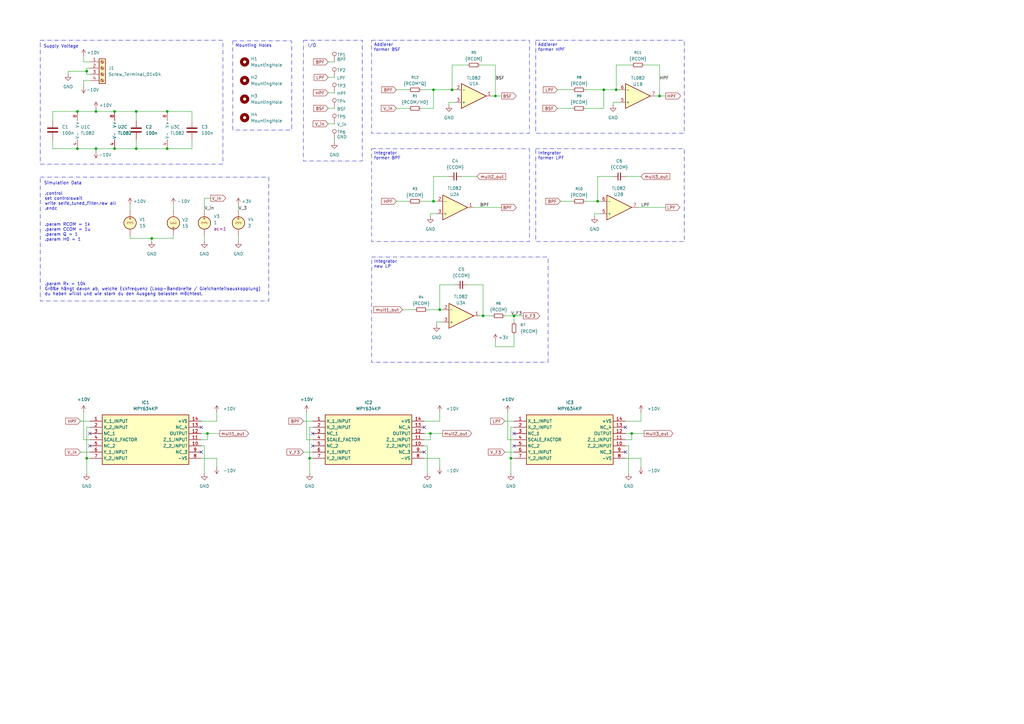
<source format=kicad_sch>
(kicad_sch (version 20250114) (generator "eeschema") (generator_version "9.0")
  (paper "A3")
  (lib_symbols
    (symbol "000_My_Symbols:Testpoint" (pin_numbers (hide yes)) (pin_names (hide yes))
      (property "Reference" "TP" (at 0.254 5.334 0))
      (property "Value" "${SHORT_NET_NAME(1)}" (at 6.35 7.874 0))
      (symbol "Testpoint_0_1"
        (circle (center 0 3.302) (radius 0.762))
      )
      (symbol "Testpoint_1_1"
        (pin passive line (at 0 0 90) (length 2.54) (name "1") (number "1"))
      )
    )
    (symbol "Amplifier_Operational:TL082" (pin_names (offset 0.127))
      (property "Reference" "U" (at 0 5.08 0))
      (property "Value" "TL082" (at 0 -5.08 0))
      (symbol "TL082_1_1"
        (polyline (pts (xy -5.08 5.08) (xy 5.08 0) (xy -5.08 -5.08) (xy -5.08 5.08)) (stroke (width 0.254)) (fill (type background)))
        (pin input line (at -7.62 2.54 0) (length 2.54) (name "+") (number "3"))
        (pin input line (at -7.62 -2.54 0) (length 2.54) (name "-") (number "2"))
        (pin output line (at 7.62 0 180) (length 2.54) (name "~") (number "1"))
      )
      (symbol "TL082_2_1"
        (polyline (pts (xy -5.08 5.08) (xy 5.08 0) (xy -5.08 -5.08) (xy -5.08 5.08)) (stroke (width 0.254)) (fill (type background)))
        (pin input line (at -7.62 2.54 0) (length 2.54) (name "+") (number "5"))
        (pin input line (at -7.62 -2.54 0) (length 2.54) (name "-") (number "6"))
        (pin output line (at 7.62 0 180) (length 2.54) (name "~") (number "7"))
      )
      (symbol "TL082_3_1"
        (pin power_in line (at -2.54 7.62 270) (length 3.81) (name "V+") (number "8"))
        (pin power_in line (at -2.54 -7.62 90) (length 3.81) (name "V-") (number "4"))
      )
    )
    (symbol "BA_Footprints:MPY634KP"
      (property "Reference" "IC" (at 41.91 7.62 0))
      (property "Value" "MPY634KP" (at 41.91 5.08 0))
      (symbol "MPY634KP_1_1"
        (rectangle (start 5.08 2.54) (end 40.64 -17.78) (stroke (width 0.254)) (fill (type background)))
        (pin passive line (at 0 0 0) (length 5.08) (name "X_1_INPUT") (number "1"))
        (pin passive line (at 0 -2.54 0) (length 5.08) (name "X_2_INPUT") (number "2"))
        (pin passive line (at 0 -5.08 0) (length 5.08) (name "NC_1") (number "3"))
        (pin passive line (at 0 -7.62 0) (length 5.08) (name "SCALE_FACTOR") (number "4"))
        (pin passive line (at 0 -10.16 0) (length 5.08) (name "NC_2") (number "5"))
        (pin passive line (at 0 -12.7 0) (length 5.08) (name "Y_1_INPUT") (number "6"))
        (pin passive line (at 0 -15.24 0) (length 5.08) (name "Y_2_INPUT") (number "7"))
        (pin passive line (at 45.72 0 180) (length 5.08) (name "+VS") (number "14"))
        (pin passive line (at 45.72 -2.54 180) (length 5.08) (name "NC_4") (number "13"))
        (pin passive line (at 45.72 -5.08 180) (length 5.08) (name "OUTPUT") (number "12"))
        (pin passive line (at 45.72 -7.62 180) (length 5.08) (name "Z_1_INPUT") (number "11"))
        (pin passive line (at 45.72 -10.16 180) (length 5.08) (name "Z_2_INPUT") (number "10"))
        (pin passive line (at 45.72 -12.7 180) (length 5.08) (name "NC_3") (number "9"))
        (pin passive line (at 45.72 -15.24 180) (length 5.08) (name "-VS") (number "8"))
      )
    )
    (symbol "Connector:Screw_Terminal_01x04" (pin_names (offset 1.016) (hide yes))
      (property "Reference" "J" (at 0 5.08 0))
      (property "Value" "Screw_Terminal_01x04" (at 0 -7.62 0))
      (symbol "Screw_Terminal_01x04_1_1"
        (rectangle (start -1.27 3.81) (end 1.27 -6.35) (stroke (width 0.254)) (fill (type background)))
        (polyline (pts (xy -0.5334 2.8702) (xy 0.3302 2.032)) (stroke (width 0.1524)))
        (polyline (pts (xy -0.5334 0.3302) (xy 0.3302 -0.508)) (stroke (width 0.1524)))
        (polyline (pts (xy -0.5334 -2.2098) (xy 0.3302 -3.048)) (stroke (width 0.1524)))
        (polyline (pts (xy -0.5334 -4.7498) (xy 0.3302 -5.588)) (stroke (width 0.1524)))
        (polyline (pts (xy -0.3556 3.048) (xy 0.508 2.2098)) (stroke (width 0.1524)))
        (polyline (pts (xy -0.3556 0.508) (xy 0.508 -0.3302)) (stroke (width 0.1524)))
        (polyline (pts (xy -0.3556 -2.032) (xy 0.508 -2.8702)) (stroke (width 0.1524)))
        (polyline (pts (xy -0.3556 -4.572) (xy 0.508 -5.4102)) (stroke (width 0.1524)))
        (circle (center 0 2.54) (radius 0.635) (stroke (width 0.1524)))
        (circle (center 0 0) (radius 0.635) (stroke (width 0.1524)))
        (circle (center 0 -2.54) (radius 0.635) (stroke (width 0.1524)))
        (circle (center 0 -5.08) (radius 0.635) (stroke (width 0.1524)))
        (pin passive line (at -5.08 2.54 0) (length 3.81) (name "Pin_1") (number "1"))
        (pin passive line (at -5.08 0 0) (length 3.81) (name "Pin_2") (number "2"))
        (pin passive line (at -5.08 -2.54 0) (length 3.81) (name "Pin_3") (number "3"))
        (pin passive line (at -5.08 -5.08 0) (length 3.81) (name "Pin_4") (number "4"))
      )
    )
    (symbol "Device:C" (pin_numbers (hide yes)) (pin_names (offset 0.254))
      (property "Reference" "C" (at 0.635 2.54 0))
      (property "Value" "C" (at 0.635 -2.54 0))
      (symbol "C_0_1"
        (polyline (pts (xy -2.032 0.762) (xy 2.032 0.762)) (stroke (width 0.508)))
        (polyline (pts (xy -2.032 -0.762) (xy 2.032 -0.762)) (stroke (width 0.508)))
      )
      (symbol "C_1_1"
        (pin passive line (at 0 3.81 270) (length 2.794) (name "~") (number "1"))
        (pin passive line (at 0 -3.81 90) (length 2.794) (name "~") (number "2"))
      )
    )
    (symbol "Device:C_Small" (pin_numbers (hide yes)) (pin_names (offset 0.254) (hide yes))
      (property "Reference" "C" (at 0.254 1.778 0))
      (property "Value" "C_Small" (at 0.254 -2.032 0))
      (symbol "C_Small_0_1"
        (polyline (pts (xy -1.524 0.508) (xy 1.524 0.508)) (stroke (width 0.3048)))
        (polyline (pts (xy -1.524 -0.508) (xy 1.524 -0.508)) (stroke (width 0.3302)))
      )
      (symbol "C_Small_1_1"
        (pin passive line (at 0 2.54 270) (length 2.032) (name "~") (number "1"))
        (pin passive line (at 0 -2.54 90) (length 2.032) (name "~") (number "2"))
      )
    )
    (symbol "Device:R_Small" (pin_numbers (hide yes)) (pin_names (offset 0.254) (hide yes))
      (property "Reference" "R" (at 0 0 90))
      (property "Value" "R_Small" (at 1.778 0 90))
      (symbol "R_Small_0_1"
        (rectangle (start -0.762 1.778) (end 0.762 -1.778) (stroke (width 0.2032)))
      )
      (symbol "R_Small_1_1"
        (pin passive line (at 0 2.54 270) (length 0.762) (name "~") (number "1"))
        (pin passive line (at 0 -2.54 90) (length 0.762) (name "~") (number "2"))
      )
    )
    (symbol "Mechanical:MountingHole" (pin_names (offset 1.016)) (in_bom no)
      (property "Reference" "H" (at 0 5.08 0))
      (property "Value" "MountingHole" (at 0 3.175 0))
      (symbol "MountingHole_0_1"
        (circle (center 0 0) (radius 1.27) (stroke (width 1.27)))
      )
    )
    (symbol "Simulation_SPICE:VDC" (pin_numbers (hide yes)) (pin_names (offset 0.0254))
      (property "Reference" "V" (at 2.54 2.54 0))
      (property "Value" "1" (at 2.54 0 0))
      (symbol "VDC_0_0"
        (polyline (pts (xy -1.27 0.254) (xy 1.27 0.254)))
        (polyline (pts (xy -0.762 -0.254) (xy -1.27 -0.254)))
        (polyline (pts (xy 0.254 -0.254) (xy -0.254 -0.254)))
        (polyline (pts (xy 1.27 -0.254) (xy 0.762 -0.254)))
        (text "+" (at 0 1.905 0) (effects (font (size 1.27 1.27))))
      )
      (symbol "VDC_0_1"
        (circle (center 0 0) (radius 2.54) (stroke (width 0.254)) (fill (type background)))
      )
      (symbol "VDC_1_1"
        (pin passive line (at 0 5.08 270) (length 2.54) (name "~") (number "1"))
        (pin passive line (at 0 -5.08 90) (length 2.54) (name "~") (number "2"))
      )
    )
    (symbol "power:+15V" (power) (pin_numbers (hide yes)) (pin_names (offset 0) (hide yes))
      (property "Value" "+15V" (at 0 3.556 0))
      (symbol "+15V_0_1"
        (polyline (pts (xy -0.762 1.27) (xy 0 2.54)))
        (polyline (pts (xy 0 2.54) (xy 0.762 1.27)))
        (polyline (pts (xy 0 0) (xy 0 2.54)))
      )
      (symbol "+15V_1_1"
        (pin power_in line (at 0 0 90) (length 0) (name "~") (number "1"))
      )
    )
    (symbol "power:GND" (power) (pin_numbers (hide yes)) (pin_names (offset 0) (hide yes))
      (property "Value" "GND" (at 0 -3.81 0))
      (symbol "GND_0_1"
        (polyline (pts (xy 0 0) (xy 0 -1.27) (xy 1.27 -1.27) (xy 0 -2.54) (xy -1.27 -1.27) (xy 0 -1.27)))
      )
      (symbol "GND_1_1"
        (pin power_in line (at 0 0 270) (length 0) (name "~") (number "1"))
      )
    )
  )
  (rectangle (start 95.504 16.764) (end 119.634 53.34) (stroke (width 0) (type dash_dot)))
  (rectangle (start 16.51 72.644) (end 110.236 123.444) (stroke (width 0) (type dash_dot)))
  (rectangle (start 16.51 16.51) (end 91.44 67.31) (stroke (width 0) (type dash_dot)))
  (rectangle (start 124.46 16.51) (end 148.59 66.04) (stroke (width 0) (type dash_dot)))
  (text ".control\nset controlswait\nwrite selfe_tuned_filter.raw all\n.endc" (at 18.288 82.55 0) (effects (font (size 1.27 1.27)) (justify left)))
  (text "Simulation Data" (exclude_from_sim yes) (at 18.034 75.184 0) (effects (font (size 1.27 1.27)) (justify left)))
  (text "Mounting Holes" (exclude_from_sim yes) (at 96.52 18.796 0) (effects (font (size 1.27 1.27)) (justify left)))
  (text ".param RCOM = 1k\n.param CCOM = 1u\n.param Q = 1\n.param H0 = 1\n\n\n\n" (at 18.288 91.44 0) (effects (font (size 1.27 1.27)) (justify left top)))
  (text ".param Rx = 10k\nGröße hängt davon ab, welche Eckfrequenz (Loop-Bandbreite / Gleichanteils­auskopplung) \ndu haben willst und wie stark du den Ausgang belasten möchtest." (exclude_from_sim yes) (at 18.288 118.618 0) (effects (font (size 1.27 1.27)) (justify left)))
  (text "Supply Voltage" (exclude_from_sim yes) (at 17.78 19.05 0) (effects (font (size 1.27 1.27)) (justify left)))
  (text "I/O" (exclude_from_sim yes) (at 126.238 18.796 0) (effects (font (size 1.27 1.27)) (justify left)))
  (text_box "Integrator\nnew LP" (exclude_from_sim yes) (at 152.4 105.41 0) (size 72.39 43.18) (margins 0.9525 0.9525 0.9525 0.9525) (stroke (width 0) (type dash_dot)) (effects (font (size 1.27 1.27)) (justify left top)))
  (text_box "Addierer\nformer BSF" (exclude_from_sim yes) (at 152.4 16.51 0) (size 64.77 38.1) (margins 0.9525 0.9525 0.9525 0.9525) (stroke (width 0) (type dash_dot)) (effects (font (size 1.27 1.27)) (justify left top)))
  (text_box "Integrator\nformer LPF" (exclude_from_sim yes) (at 219.71 60.96 0) (size 60.96 38.1) (margins 0.9525 0.9525 0.9525 0.9525) (stroke (width 0) (type dash_dot)) (effects (font (size 1.27 1.27)) (justify left top)))
  (text_box "Integrator\nformer BPF" (exclude_from_sim yes) (at 152.4 60.96 0) (size 64.77 38.1) (margins 0.9525 0.9525 0.9525 0.9525) (stroke (width 0) (type dash_dot)) (effects (font (size 1.27 1.27)) (justify left top)))
  (text_box "Addierer\nformer HPF\n" (exclude_from_sim yes) (at 219.71 16.51 0) (size 60.96 38.1) (margins 0.9525 0.9525 0.9525 0.9525) (stroke (width 0) (type dash_dot)) (effects (font (size 1.27 1.27)) (justify left top)))
  (junction (at 39.37 45.72))
  (junction (at 252.73 36.83))
  (junction (at 39.37 60.96))
  (junction (at 46.99 60.96))
  (junction (at 177.8 82.55))
  (junction (at 46.99 45.72))
  (junction (at 55.88 45.72))
  (junction (at 247.65 36.83))
  (junction (at 177.8 36.83))
  (junction (at 209.55 187.96))
  (junction (at 176.53 177.8))
  (junction (at 68.58 60.96))
  (junction (at 180.34 127))
  (junction (at 185.42 36.83))
  (junction (at 62.23 97.79))
  (junction (at 259.08 177.8))
  (junction (at 210.82 129.54))
  (junction (at 31.75 60.96))
  (junction (at 127 187.96))
  (junction (at 35.56 187.96))
  (junction (at 203.2 39.37))
  (junction (at 31.75 45.72))
  (junction (at 270.51 39.37))
  (junction (at 55.88 60.96))
  (junction (at 198.12 129.54))
  (junction (at 245.11 82.55))
  (junction (at 68.58 45.72))
  (junction (at 85.09 177.8))
  (junction (at 35.56 29.21))
  (no_connect (at 82.55 185.42))
  (no_connect (at 36.83 182.88))
  (no_connect (at 82.55 175.26))
  (no_connect (at 256.54 175.26))
  (no_connect (at 210.82 182.88))
  (no_connect (at 173.99 185.42))
  (no_connect (at 36.83 177.8))
  (no_connect (at 128.27 182.88))
  (no_connect (at 210.82 177.8))
  (no_connect (at 128.27 177.8))
  (no_connect (at 173.99 175.26))
  (no_connect (at 256.54 185.42))
  (wire (pts (xy 71.12 97.79) (xy 62.23 97.79)))
  (wire (pts (xy 209.55 175.26) (xy 209.55 187.96)))
  (wire (pts (xy 208.28 168.91) (xy 208.28 180.34)))
  (wire (pts (xy 134.62 25.4) (xy 137.16 25.4)))
  (wire (pts (xy 180.34 191.77) (xy 180.34 187.96)))
  (wire (pts (xy 179.07 133.35) (xy 179.07 132.08)))
  (wire (pts (xy 180.34 116.84) (xy 180.34 127)))
  (wire (pts (xy 247.65 44.45) (xy 247.65 36.83)))
  (wire (pts (xy 176.53 180.34) (xy 176.53 177.8)))
  (wire (pts (xy 128.27 175.26) (xy 127 175.26)))
  (wire (pts (xy 243.84 88.9) (xy 243.84 87.63)))
  (wire (pts (xy 53.34 83.82) (xy 53.34 86.36)))
  (wire (pts (xy 209.55 187.96) (xy 209.55 194.31)))
  (wire (pts (xy 35.56 29.21) (xy 27.94 29.21)))
  (wire (pts (xy 55.88 57.15) (xy 55.88 60.96)))
  (wire (pts (xy 189.23 72.39) (xy 195.58 72.39)))
  (wire (pts (xy 247.65 44.45) (xy 240.03 44.45)))
  (wire (pts (xy 198.12 116.84) (xy 198.12 129.54)))
  (wire (pts (xy 172.72 36.83) (xy 177.8 36.83)))
  (wire (pts (xy 270.51 39.37) (xy 273.05 39.37)))
  (wire (pts (xy 55.88 45.72) (xy 68.58 45.72)))
  (wire (pts (xy 88.9 168.91) (xy 88.9 172.72)))
  (wire (pts (xy 39.37 60.96) (xy 46.99 60.96)))
  (wire (pts (xy 21.59 45.72) (xy 21.59 49.53)))
  (wire (pts (xy 97.79 86.36) (xy 97.79 83.82)))
  (wire (pts (xy 177.8 44.45) (xy 177.8 36.83)))
  (wire (pts (xy 134.62 50.8) (xy 137.16 50.8)))
  (wire (pts (xy 270.51 26.67) (xy 270.51 39.37)))
  (wire (pts (xy 39.37 62.23) (xy 39.37 60.96)))
  (wire (pts (xy 21.59 57.15) (xy 21.59 60.96)))
  (wire (pts (xy 203.2 39.37) (xy 201.93 39.37)))
  (wire (pts (xy 62.23 99.06) (xy 62.23 97.79)))
  (wire (pts (xy 176.53 177.8) (xy 181.61 177.8)))
  (wire (pts (xy 62.23 97.79) (xy 53.34 97.79)))
  (wire (pts (xy 262.89 191.77) (xy 262.89 187.96)))
  (wire (pts (xy 85.09 180.34) (xy 85.09 177.8)))
  (wire (pts (xy 203.2 39.37) (xy 203.2 26.67)))
  (wire (pts (xy 39.37 44.45) (xy 39.37 45.72)))
  (wire (pts (xy 137.16 57.15) (xy 137.16 58.42)))
  (wire (pts (xy 172.72 82.55) (xy 177.8 82.55)))
  (wire (pts (xy 124.46 185.42) (xy 128.27 185.42)))
  (wire (pts (xy 264.16 26.67) (xy 270.51 26.67)))
  (wire (pts (xy 124.46 172.72) (xy 128.27 172.72)))
  (wire (pts (xy 85.09 177.8) (xy 90.17 177.8)))
  (wire (pts (xy 180.34 187.96) (xy 173.99 187.96)))
  (wire (pts (xy 194.31 85.09) (xy 205.74 85.09)))
  (wire (pts (xy 97.79 96.52) (xy 97.79 99.06)))
  (wire (pts (xy 82.55 180.34) (xy 85.09 180.34)))
  (wire (pts (xy 82.55 177.8) (xy 85.09 177.8)))
  (wire (pts (xy 127 187.96) (xy 128.27 187.96)))
  (wire (pts (xy 262.89 187.96) (xy 256.54 187.96)))
  (wire (pts (xy 55.88 60.96) (xy 68.58 60.96)))
  (wire (pts (xy 33.02 172.72) (xy 36.83 172.72)))
  (wire (pts (xy 35.56 30.48) (xy 35.56 29.21)))
  (wire (pts (xy 177.8 72.39) (xy 177.8 82.55)))
  (wire (pts (xy 245.11 82.55) (xy 246.38 82.55)))
  (wire (pts (xy 208.28 180.34) (xy 210.82 180.34)))
  (wire (pts (xy 34.29 180.34) (xy 36.83 180.34)))
  (wire (pts (xy 247.65 36.83) (xy 252.73 36.83)))
  (wire (pts (xy 228.6 36.83) (xy 234.95 36.83)))
  (wire (pts (xy 180.34 116.84) (xy 186.69 116.84)))
  (wire (pts (xy 176.53 88.9) (xy 176.53 87.63)))
  (wire (pts (xy 34.29 168.91) (xy 34.29 180.34)))
  (wire (pts (xy 191.77 116.84) (xy 198.12 116.84)))
  (wire (pts (xy 83.82 86.36) (xy 83.82 81.28)))
  (wire (pts (xy 203.2 142.24) (xy 210.82 142.24)))
  (wire (pts (xy 203.2 39.37) (xy 205.74 39.37)))
  (wire (pts (xy 262.89 172.72) (xy 256.54 172.72)))
  (wire (pts (xy 68.58 45.72) (xy 78.74 45.72)))
  (wire (pts (xy 175.26 127) (xy 180.34 127)))
  (wire (pts (xy 256.54 177.8) (xy 259.08 177.8)))
  (wire (pts (xy 270.51 39.37) (xy 269.24 39.37)))
  (wire (pts (xy 127 175.26) (xy 127 187.96)))
  (wire (pts (xy 27.94 29.21) (xy 27.94 30.48)))
  (wire (pts (xy 35.56 187.96) (xy 36.83 187.96)))
  (wire (pts (xy 209.55 187.96) (xy 210.82 187.96)))
  (wire (pts (xy 259.08 177.8) (xy 264.16 177.8)))
  (wire (pts (xy 210.82 129.54) (xy 214.63 129.54)))
  (wire (pts (xy 185.42 36.83) (xy 186.69 36.83)))
  (wire (pts (xy 185.42 26.67) (xy 191.77 26.67)))
  (wire (pts (xy 252.73 26.67) (xy 252.73 36.83)))
  (wire (pts (xy 184.15 41.91) (xy 184.15 43.18)))
  (wire (pts (xy 31.75 60.96) (xy 39.37 60.96)))
  (wire (pts (xy 252.73 36.83) (xy 254 36.83)))
  (wire (pts (xy 196.85 26.67) (xy 203.2 26.67)))
  (wire (pts (xy 21.59 60.96) (xy 31.75 60.96)))
  (wire (pts (xy 71.12 96.52) (xy 71.12 97.79)))
  (wire (pts (xy 34.29 25.4) (xy 36.83 25.4)))
  (wire (pts (xy 198.12 129.54) (xy 201.93 129.54)))
  (wire (pts (xy 173.99 180.34) (xy 176.53 180.34)))
  (wire (pts (xy 251.46 43.18) (xy 251.46 41.91)))
  (wire (pts (xy 83.82 96.52) (xy 83.82 99.06)))
  (wire (pts (xy 262.89 168.91) (xy 262.89 172.72)))
  (wire (pts (xy 82.55 182.88) (xy 83.82 182.88)))
  (wire (pts (xy 162.56 44.45) (xy 167.64 44.45)))
  (wire (pts (xy 210.82 137.16) (xy 210.82 142.24)))
  (wire (pts (xy 78.74 57.15) (xy 78.74 60.96)))
  (wire (pts (xy 256.54 182.88) (xy 257.81 182.88)))
  (wire (pts (xy 165.1 127) (xy 170.18 127)))
  (wire (pts (xy 228.6 44.45) (xy 234.95 44.45)))
  (wire (pts (xy 257.81 182.88) (xy 257.81 194.31)))
  (wire (pts (xy 259.08 26.67) (xy 252.73 26.67)))
  (wire (pts (xy 173.99 182.88) (xy 175.26 182.88)))
  (wire (pts (xy 172.72 44.45) (xy 177.8 44.45)))
  (wire (pts (xy 36.83 175.26) (xy 35.56 175.26)))
  (wire (pts (xy 210.82 129.54) (xy 210.82 132.08)))
  (wire (pts (xy 210.82 175.26) (xy 209.55 175.26)))
  (wire (pts (xy 180.34 172.72) (xy 173.99 172.72)))
  (wire (pts (xy 245.11 72.39) (xy 251.46 72.39)))
  (wire (pts (xy 240.03 82.55) (xy 245.11 82.55)))
  (wire (pts (xy 240.03 36.83) (xy 247.65 36.83)))
  (wire (pts (xy 162.56 36.83) (xy 167.64 36.83)))
  (wire (pts (xy 88.9 191.77) (xy 88.9 187.96)))
  (wire (pts (xy 203.2 139.7) (xy 203.2 142.24)))
  (wire (pts (xy 83.82 81.28) (xy 86.36 81.28)))
  (wire (pts (xy 83.82 182.88) (xy 83.82 194.31)))
  (wire (pts (xy 39.37 45.72) (xy 31.75 45.72)))
  (wire (pts (xy 36.83 27.94) (xy 35.56 27.94)))
  (wire (pts (xy 229.87 82.55) (xy 234.95 82.55)))
  (wire (pts (xy 179.07 132.08) (xy 181.61 132.08)))
  (wire (pts (xy 176.53 87.63) (xy 179.07 87.63)))
  (wire (pts (xy 68.58 60.96) (xy 78.74 60.96)))
  (wire (pts (xy 78.74 49.53) (xy 78.74 45.72)))
  (wire (pts (xy 162.56 82.55) (xy 167.64 82.55)))
  (wire (pts (xy 173.99 177.8) (xy 176.53 177.8)))
  (wire (pts (xy 207.01 129.54) (xy 210.82 129.54)))
  (wire (pts (xy 175.26 182.88) (xy 175.26 194.31)))
  (wire (pts (xy 177.8 36.83) (xy 185.42 36.83)))
  (wire (pts (xy 34.29 35.56) (xy 34.29 33.02)))
  (wire (pts (xy 186.69 41.91) (xy 184.15 41.91)))
  (wire (pts (xy 88.9 172.72) (xy 82.55 172.72)))
  (wire (pts (xy 256.54 180.34) (xy 259.08 180.34)))
  (wire (pts (xy 177.8 82.55) (xy 179.07 82.55)))
  (wire (pts (xy 259.08 180.34) (xy 259.08 177.8)))
  (wire (pts (xy 256.54 72.39) (xy 262.89 72.39)))
  (wire (pts (xy 21.59 45.72) (xy 31.75 45.72)))
  (wire (pts (xy 207.01 172.72) (xy 210.82 172.72)))
  (wire (pts (xy 53.34 97.79) (xy 53.34 96.52)))
  (wire (pts (xy 207.01 185.42) (xy 210.82 185.42)))
  (wire (pts (xy 134.62 44.45) (xy 137.16 44.45)))
  (wire (pts (xy 35.56 187.96) (xy 35.56 194.31)))
  (wire (pts (xy 71.12 83.82) (xy 71.12 86.36)))
  (wire (pts (xy 196.85 129.54) (xy 198.12 129.54)))
  (wire (pts (xy 180.34 127) (xy 181.61 127)))
  (wire (pts (xy 180.34 168.91) (xy 180.34 172.72)))
  (wire (pts (xy 35.56 27.94) (xy 35.56 29.21)))
  (wire (pts (xy 177.8 72.39) (xy 184.15 72.39)))
  (wire (pts (xy 185.42 26.67) (xy 185.42 36.83)))
  (wire (pts (xy 127 187.96) (xy 127 194.31)))
  (wire (pts (xy 134.62 38.1) (xy 137.16 38.1)))
  (wire (pts (xy 39.37 45.72) (xy 46.99 45.72)))
  (wire (pts (xy 35.56 30.48) (xy 36.83 30.48)))
  (wire (pts (xy 55.88 60.96) (xy 46.99 60.96)))
  (wire (pts (xy 125.73 180.34) (xy 128.27 180.34)))
  (wire (pts (xy 251.46 41.91) (xy 254 41.91)))
  (wire (pts (xy 34.29 22.86) (xy 34.29 25.4)))
  (wire (pts (xy 245.11 72.39) (xy 245.11 82.55)))
  (wire (pts (xy 55.88 45.72) (xy 55.88 49.53)))
  (wire (pts (xy 88.9 187.96) (xy 82.55 187.96)))
  (wire (pts (xy 243.84 87.63) (xy 246.38 87.63)))
  (wire (pts (xy 125.73 168.91) (xy 125.73 180.34)))
  (wire (pts (xy 33.02 185.42) (xy 36.83 185.42)))
  (wire (pts (xy 134.62 31.75) (xy 137.16 31.75)))
  (wire (pts (xy 261.62 85.09) (xy 273.05 85.09)))
  (wire (pts (xy 34.29 33.02) (xy 36.83 33.02)))
  (wire (pts (xy 35.56 175.26) (xy 35.56 187.96)))
  (wire (pts (xy 46.99 45.72) (xy 55.88 45.72)))
  (label "BPF" (at 196.85 85.09 0))
  (label "LPF" (at 262.89 85.09 0))
  (label "BSF" (at 203.2 33.02 0))
  (label "V_F3" (at 209.55 129.54 0))
  (label "V_in" (at 83.82 86.36 0))
  (label "HPF" (at 270.51 33.02 0))
  (label "V_3" (at 97.79 86.36 0))
  (global_label "BPF" (shape input) (at 162.56 36.83 180) (property "Intersheetrefs" "${INTERSHEET_REFS}" (effects (hide yes))))
  (global_label "HPF" (shape input) (at 134.62 38.1 180) (property "Intersheetrefs" "${INTERSHEET_REFS}" (effects (hide yes))))
  (global_label "V_in" (shape input) (at 134.62 50.8 180) (property "Intersheetrefs" "${INTERSHEET_REFS}" (effects (hide yes))))
  (global_label "mult2_out" (shape input) (at 195.58 72.39 0) (property "Intersheetrefs" "${INTERSHEET_REFS}" (effects (hide yes))))
  (global_label "BPF" (shape output) (at 205.74 85.09 0) (property "Intersheetrefs" "${INTERSHEET_REFS}" (effects (hide yes))))
  (global_label "mult1_out" (shape input) (at 165.1 127 180) (property "Intersheetrefs" "${INTERSHEET_REFS}" (effects (hide yes))))
  (global_label "V_in" (shape input) (at 33.02 185.42 180) (property "Intersheetrefs" "${INTERSHEET_REFS}" (effects (hide yes))))
  (global_label "HPF" (shape input) (at 162.56 82.55 180) (property "Intersheetrefs" "${INTERSHEET_REFS}" (effects (hide yes))))
  (global_label "mult1_out" (shape output) (at 90.17 177.8 0) (property "Intersheetrefs" "${INTERSHEET_REFS}" (effects (hide yes))))
  (global_label "HPF" (shape output) (at 273.05 39.37 0) (property "Intersheetrefs" "${INTERSHEET_REFS}" (effects (hide yes))))
  (global_label "V_in" (shape input) (at 162.56 44.45 180) (property "Intersheetrefs" "${INTERSHEET_REFS}" (effects (hide yes))))
  (global_label "V_F3" (shape input) (at 207.01 185.42 180) (property "Intersheetrefs" "${INTERSHEET_REFS}" (effects (hide yes))))
  (global_label "BPF" (shape input) (at 229.87 82.55 180) (property "Intersheetrefs" "${INTERSHEET_REFS}" (effects (hide yes))))
  (global_label "LPF" (shape input) (at 134.62 31.75 180) (property "Intersheetrefs" "${INTERSHEET_REFS}" (effects (hide yes))))
  (global_label "LPF" (shape input) (at 228.6 36.83 180) (property "Intersheetrefs" "${INTERSHEET_REFS}" (effects (hide yes))))
  (global_label "BSF" (shape input) (at 228.6 44.45 180) (property "Intersheetrefs" "${INTERSHEET_REFS}" (effects (hide yes))))
  (global_label "BSF" (shape output) (at 205.74 39.37 0) (property "Intersheetrefs" "${INTERSHEET_REFS}" (effects (hide yes))))
  (global_label "mult2_out" (shape output) (at 181.61 177.8 0) (property "Intersheetrefs" "${INTERSHEET_REFS}" (effects (hide yes))))
  (global_label "BSF" (shape input) (at 134.62 44.45 180) (property "Intersheetrefs" "${INTERSHEET_REFS}" (effects (hide yes))))
  (global_label "HPF" (shape input) (at 33.02 172.72 180) (property "Intersheetrefs" "${INTERSHEET_REFS}" (effects (hide yes))))
  (global_label "V_in" (shape output) (at 86.36 81.28 0) (property "Intersheetrefs" "${INTERSHEET_REFS}" (effects (hide yes))))
  (global_label "BPF" (shape input) (at 134.62 25.4 180) (property "Intersheetrefs" "${INTERSHEET_REFS}" (effects (hide yes))))
  (global_label "V_F3" (shape input) (at 124.46 185.42 180) (property "Intersheetrefs" "${INTERSHEET_REFS}" (effects (hide yes))))
  (global_label "mult3_out" (shape input) (at 262.89 72.39 0) (property "Intersheetrefs" "${INTERSHEET_REFS}" (effects (hide yes))))
  (global_label "BPF" (shape input) (at 124.46 172.72 180) (property "Intersheetrefs" "${INTERSHEET_REFS}" (effects (hide yes))))
  (global_label "mult3_out" (shape output) (at 264.16 177.8 0) (property "Intersheetrefs" "${INTERSHEET_REFS}" (effects (hide yes))))
  (global_label "LPF" (shape input) (at 207.01 172.72 180) (property "Intersheetrefs" "${INTERSHEET_REFS}" (effects (hide yes))))
  (global_label "LPF" (shape output) (at 273.05 85.09 0) (property "Intersheetrefs" "${INTERSHEET_REFS}" (effects (hide yes))))
  (global_label "V_F3" (shape output) (at 214.63 129.54 0) (property "Intersheetrefs" "${INTERSHEET_REFS}" (effects (hide yes))))
  (symbol (lib_id "power:GND") (at 62.23 99.06 0) (unit 1)
    (property "Reference" "#PWR09" (effects (hide yes)))
    (property "Value" "GND" (at 62.23 104.14 0))
    (property "Description" "Power symbol creates a global label with name \"GND\" , ground" (effects (hide yes)))
  )
  (symbol (lib_id "BA_Footprints:MPY634KP") (at 210.82 172.72 0) (unit 1)
    (property "Reference" "IC3" (at 233.68 165.1 0))
    (property "Value" "MPY634KP" (at 233.68 167.64 0))
    (property "Datasheet" "http://www.ti.com/lit/gpn/mpy634" (effects (hide yes)))
    (property "Description" "Wide Bandwidth Precision Analog Multiplier" (effects (hide yes)))
    (property "Height" "5.08" (effects (hide yes)))
    (property "Mouser Part Number" "595-MPY634KP" (effects (hide yes)))
    (property "Mouser Price/Stock" "https://www.mouser.co.uk/ProductDetail/Texas-Instruments/MPY634KP?qs=paYhMW8qfitgLgQ%252B%2FVQr7Q%3D%3D" (effects (hide yes)))
    (property "Manufacturer_Name" "Texas Instruments" (effects (hide yes)))
    (property "Manufacturer_Part_Number" "MPY634KP" (effects (hide yes)))
    (property "Sim.Library" "mpy634_tina.lib" (effects (hide yes)))
    (property "Sim.Name" "MPY634_behavioral" (effects (hide yes)))
    (property "Sim.Device" "SUBCKT" (effects (hide yes)))
    (property "Sim.Pins" "1=X1 2=X2 4=SF 6=Y1 7=Y2 8=-Vs 10=Z2 11=Z1 12=Out 14=+Vs" (effects (hide yes)))
  )
  (symbol (lib_id "Simulation_SPICE:VDC") (at 97.79 91.44 0) (unit 1)
    (property "Reference" "V4" (at 101.6 90.0401 0) (effects (justify left)))
    (property "Value" "3" (at 101.6 92.5801 0) (effects (justify left)))
    (property "Datasheet" "https://ngspice.sourceforge.io/docs/ngspice-html-manual/manual.xhtml#sec_Independent_Sources_for" (effects (hide yes)))
    (property "Description" "Voltage source, DC" (effects (hide yes)))
    (property "Sim.Pins" "1=+ 2=-" (effects (hide yes)))
    (property "Sim.Type" "DC" (effects (hide yes)))
    (property "Sim.Device" "V" (effects (hide yes)))
  )
  (symbol (lib_id "power:+15V") (at 208.28 168.91 0) (unit 1)
    (property "Reference" "#PWR025" (effects (hide yes)))
    (property "Value" "+10V" (at 208.28 163.83 0))
    (property "Description" "Power symbol creates a global label with name \"+15V\"" (effects (hide yes)))
  )
  (symbol (lib_id "power:GND") (at 184.15 43.18 0) (unit 1)
    (property "Reference" "#PWR024" (effects (hide yes)))
    (property "Value" "GND" (at 184.15 48.26 0))
    (property "Description" "Power symbol creates a global label with name \"GND\" , ground" (effects (hide yes)))
  )
  (symbol (lib_id "Device:R_Small") (at 237.49 36.83 90) (unit 1)
    (property "Reference" "R8" (at 237.49 31.75 90) (effects (font (size 1.016 1.016))))
    (property "Value" "{RCOM}" (at 237.49 34.29 90))
    (property "Footprint" "000_Footprints:Resistor" (effects (hide yes)))
    (property "Description" "Resistor, small symbol" (effects (hide yes)))
  )
  (symbol (lib_id "power:GND") (at 243.84 88.9 0) (unit 1)
    (property "Reference" "#PWR027" (effects (hide yes)))
    (property "Value" "GND" (at 243.84 93.98 0))
    (property "Description" "Power symbol creates a global label with name \"GND\" , ground" (effects (hide yes)))
  )
  (symbol (lib_id "power:GND") (at 27.94 30.48 0) (unit 1)
    (property "Reference" "#PWR01" (effects (hide yes)))
    (property "Value" "GND" (at 27.94 35.56 0))
    (property "Description" "Power symbol creates a global label with name \"GND\" , ground" (effects (hide yes)))
  )
  (symbol (lib_id "000_My_Symbols:Testpoint") (at 137.16 38.1 0) (unit 1) (exclude_from_sim yes)
    (property "Reference" "TP3" (at 138.176 35.1789 0) (effects (justify left)))
    (property "Value" "HPF" (at 138.176 38.354 0) (effects (justify left)))
    (property "Footprint" "TestPoint:TestPoint_Loop_D1.80mm_Drill1.0mm_Beaded" (effects (hide yes)))
    (property "Description" "test point" (effects (hide yes)))
    (property "Mouser Part Number" "534-5015" (effects (hide yes)))
    (property "Manufacturer_Name" "Keystone Electronics" (effects (hide yes)))
    (property "Manufacturer Part Number" "5015" (effects (hide yes)))
  )
  (symbol (lib_id "power:GND") (at 209.55 194.31 0) (unit 1)
    (property "Reference" "#PWR026" (effects (hide yes)))
    (property "Value" "GND" (at 209.55 199.39 0))
    (property "Description" "Power symbol creates a global label with name \"GND\" , ground" (effects (hide yes)))
  )
  (symbol (lib_id "000_My_Symbols:Testpoint") (at 137.16 57.15 0) (unit 1) (exclude_from_sim yes)
    (property "Reference" "TP6" (at 138.176 54.2289 0) (effects (justify left)))
    (property "Value" "GND" (at 138.176 56.134 0) (effects (justify left)))
    (property "Footprint" "TestPoint:TestPoint_Loop_D1.80mm_Drill1.0mm_Beaded" (effects (hide yes)))
    (property "Description" "test point" (effects (hide yes)))
    (property "Mouser Part Number" "534-5015" (effects (hide yes)))
    (property "Manufacturer_Name" "Keystone Electronics" (effects (hide yes)))
    (property "Manufacturer Part Number" "5015" (effects (hide yes)))
  )
  (symbol (lib_id "Mechanical:MountingHole") (at 100.33 48.26 0) (unit 1) (exclude_from_sim yes) (in_bom no)
    (property "Reference" "H4" (at 102.87 46.9899 0) (effects (justify left)))
    (property "Value" "MountingHole" (at 102.87 49.5299 0) (effects (justify left)))
    (property "Footprint" "MountingHole:MountingHole_2.2mm_M2_DIN965" (effects (hide yes)))
    (property "Description" "Mounting Hole without connection" (effects (hide yes)))
  )
  (symbol (lib_id "power:+15V") (at 39.37 62.23 180) (unit 1)
    (property "Reference" "#PWR07" (effects (hide yes)))
    (property "Value" "-10V" (at 45.72 63.5 0) (effects (justify left)))
    (property "Description" "Power symbol creates a global label with name \"+15V\"" (effects (hide yes)))
  )
  (symbol (lib_id "Mechanical:MountingHole") (at 100.33 25.4 0) (unit 1) (exclude_from_sim yes) (in_bom no)
    (property "Reference" "H1" (at 102.87 24.1299 0) (effects (justify left)))
    (property "Value" "MountingHole" (at 102.87 26.6699 0) (effects (justify left)))
    (property "Footprint" "MountingHole:MountingHole_2.2mm_M2_DIN965" (effects (hide yes)))
    (property "Description" "Mounting Hole without connection" (effects (hide yes)))
  )
  (symbol (lib_id "Connector:Screw_Terminal_01x04") (at 41.91 27.94 0) (unit 1) (exclude_from_sim yes)
    (property "Reference" "J1" (at 44.45 27.9399 0) (effects (justify left)))
    (property "Value" "Screw_Terminal_01x04" (at 44.45 30.4799 0) (effects (justify left)))
    (property "Footprint" "TerminalBlock:TerminalBlock_Altech_AK300-4_P5.00mm" (effects (hide yes)))
    (property "Description" "Generic screw terminal, single row, 01x04, script generated (kicad-library-utils/schlib/autogen/connector/)" (effects (hide yes)))
  )
  (symbol (lib_id "Device:C_Small") (at 254 72.39 90) (unit 1)
    (property "Reference" "C6" (at 254.0063 66.04 90))
    (property "Value" "{CCOM}" (at 254.0063 68.58 90))
    (property "Description" "Unpolarized capacitor, small symbol" (effects (hide yes)))
  )
  (symbol (lib_id "Amplifier_Operational:TL082") (at 194.31 39.37 0) (mirror x) (unit 1)
    (property "Reference" "U1" (at 194.31 34.29 0))
    (property "Value" "TL082" (at 194.31 32.004 0))
    (property "Footprint" "Package_DIP:CERDIP-8_W7.62mm_SideBrazed_LongPads_Socket" (effects (hide yes)))
    (property "Datasheet" "http://www.ti.com/lit/ds/symlink/tl081.pdf" (effects (hide yes)))
    (property "Description" "Dual JFET-Input Operational Amplifiers, DIP-8/SOIC-8/SSOP-8" (effects (hide yes)))
    (property "Sim.Library" "TL082-dual.lib" (effects (hide yes)))
    (property "Sim.Name" "TL082-dual" (effects (hide yes)))
    (property "Sim.Device" "SUBCKT" (effects (hide yes)))
    (property "Sim.Pins" "1=1out 2=1in- 3=1in+ 4=vcc- 5=2in+ 6=2in- 7=2out 8=vcc+" (effects (hide yes)))
  )
  (symbol (lib_id "Amplifier_Operational:TL082") (at 261.62 39.37 0) (mirror x) (unit 2)
    (property "Reference" "U1" (at 261.62 34.544 0))
    (property "Value" "TL082" (at 261.62 32.004 0))
    (property "Footprint" "Package_DIP:CERDIP-8_W7.62mm_SideBrazed_LongPads_Socket" (effects (hide yes)))
    (property "Datasheet" "http://www.ti.com/lit/ds/symlink/tl081.pdf" (effects (hide yes)))
    (property "Description" "Dual JFET-Input Operational Amplifiers, DIP-8/SOIC-8/SSOP-8" (effects (hide yes)))
    (property "Sim.Library" "TL082-dual.lib" (effects (hide yes)))
    (property "Sim.Name" "TL082-dual" (effects (hide yes)))
    (property "Sim.Device" "SUBCKT" (effects (hide yes)))
    (property "Sim.Pins" "1=1out 2=1in- 3=1in+ 4=vcc- 5=2in+ 6=2in- 7=2out 8=vcc+" (effects (hide yes)))
  )
  (symbol (lib_id "Simulation_SPICE:VDC") (at 53.34 91.44 0) (unit 1)
    (property "Reference" "V1" (at 57.15 90.0401 0) (effects (justify left)))
    (property "Value" "15" (at 57.15 92.5801 0) (effects (justify left)))
    (property "Datasheet" "https://ngspice.sourceforge.io/docs/ngspice-html-manual/manual.xhtml#sec_Independent_Sources_for" (effects (hide yes)))
    (property "Description" "Voltage source, DC" (effects (hide yes)))
    (property "Sim.Pins" "1=+ 2=-" (effects (hide yes)))
    (property "Sim.Type" "DC" (effects (hide yes)))
    (property "Sim.Device" "V" (effects (hide yes)))
  )
  (symbol (lib_id "000_My_Symbols:Testpoint") (at 137.16 44.45 0) (unit 1) (exclude_from_sim yes)
    (property "Reference" "TP4" (at 138.176 41.5289 0) (effects (justify left)))
    (property "Value" "BSF" (at 138.176 44.704 0) (effects (justify left)))
    (property "Footprint" "TestPoint:TestPoint_Loop_D1.80mm_Drill1.0mm_Beaded" (effects (hide yes)))
    (property "Description" "test point" (effects (hide yes)))
    (property "Mouser Part Number" "534-5015" (effects (hide yes)))
    (property "Manufacturer_Name" "Keystone Electronics" (effects (hide yes)))
    (property "Manufacturer Part Number" "5015" (effects (hide yes)))
  )
  (symbol (lib_id "Device:R_Small") (at 172.72 127 90) (unit 1)
    (property "Reference" "R4" (at 172.72 121.92 90) (effects (font (size 1.016 1.016))))
    (property "Value" "{RCOM}" (at 172.72 124.46 90))
    (property "Footprint" "000_Footprints:Resistor" (effects (hide yes)))
    (property "Description" "Resistor, small symbol" (effects (hide yes)))
  )
  (symbol (lib_id "Device:R_Small") (at 170.18 36.83 90) (unit 1)
    (property "Reference" "R12" (at 170.18 31.75 90) (effects (font (size 1.016 1.016))))
    (property "Value" "{RCOM*Q}" (at 170.18 34.29 90))
    (property "Footprint" "000_Footprints:Resistor" (effects (hide yes)))
    (property "Description" "Resistor, small symbol" (effects (hide yes)))
  )
  (symbol (lib_id "Device:R_Small") (at 204.47 129.54 90) (unit 1)
    (property "Reference" "R6" (at 204.47 124.46 90) (effects (font (size 1.016 1.016))))
    (property "Value" "{RCOM}" (at 204.47 127 90))
    (property "Footprint" "000_Footprints:Resistor" (effects (hide yes)))
    (property "Description" "Resistor, small symbol" (effects (hide yes)))
  )
  (symbol (lib_id "power:GND") (at 83.82 194.31 0) (unit 1)
    (property "Reference" "#PWR012" (effects (hide yes)))
    (property "Value" "GND" (at 83.82 199.39 0))
    (property "Description" "Power symbol creates a global label with name \"GND\" , ground" (effects (hide yes)))
  )
  (symbol (lib_id "Device:C") (at 55.88 53.34 0) (unit 1)
    (property "Reference" "C2" (at 59.69 52.0699 0) (effects (justify left)))
    (property "Value" "100n" (at 59.69 54.6099 0) (effects (justify left)))
    (property "Footprint" "Capacitor_THT:C_Disc_D3.0mm_W2.0mm_P2.50mm" (effects (hide yes)))
    (property "Description" "Unpolarized capacitor" (effects (hide yes)))
  )
  (symbol (lib_id "power:+15V") (at 34.29 168.91 0) (unit 1)
    (property "Reference" "#PWR04" (effects (hide yes)))
    (property "Value" "+10V" (at 34.29 163.83 0))
    (property "Description" "Power symbol creates a global label with name \"+15V\"" (effects (hide yes)))
  )
  (symbol (lib_id "Device:R_Small") (at 170.18 44.45 90) (unit 1)
    (property "Reference" "R1" (at 170.18 39.37 90) (effects (font (size 1.016 1.016))))
    (property "Value" "{RCOM/H0}" (at 170.18 41.91 90))
    (property "Footprint" "000_Footprints:Resistor" (effects (hide yes)))
    (property "Description" "Resistor, small symbol" (effects (hide yes)))
  )
  (symbol (lib_id "power:GND") (at 257.81 194.31 0) (unit 1)
    (property "Reference" "#PWR029" (effects (hide yes)))
    (property "Value" "GND" (at 257.81 199.39 0))
    (property "Description" "Power symbol creates a global label with name \"GND\" , ground" (effects (hide yes)))
  )
  (symbol (lib_id "power:+15V") (at 180.34 191.77 180) (unit 1)
    (property "Reference" "#PWR023" (effects (hide yes)))
    (property "Value" "-10V" (at 182.88 193.0399 0) (effects (justify right)))
    (property "Description" "Power symbol creates a global label with name \"+15V\"" (effects (hide yes)))
  )
  (symbol (lib_id "Device:C_Small") (at 189.23 116.84 90) (unit 1)
    (property "Reference" "C5" (at 189.2363 110.49 90))
    (property "Value" "{CCOM}" (at 189.2363 113.03 90))
    (property "Description" "Unpolarized capacitor, small symbol" (effects (hide yes)))
  )
  (symbol (lib_id "BA_Footprints:MPY634KP") (at 36.83 172.72 0) (unit 1)
    (property "Reference" "IC1" (at 59.69 165.1 0))
    (property "Value" "MPY634KP" (at 59.69 167.64 0))
    (property "Datasheet" "http://www.ti.com/lit/gpn/mpy634" (effects (hide yes)))
    (property "Description" "Wide Bandwidth Precision Analog Multiplier" (effects (hide yes)))
    (property "Height" "5.08" (effects (hide yes)))
    (property "Mouser Part Number" "595-MPY634KP" (effects (hide yes)))
    (property "Mouser Price/Stock" "https://www.mouser.co.uk/ProductDetail/Texas-Instruments/MPY634KP?qs=paYhMW8qfitgLgQ%252B%2FVQr7Q%3D%3D" (effects (hide yes)))
    (property "Manufacturer_Name" "Texas Instruments" (effects (hide yes)))
    (property "Manufacturer_Part_Number" "MPY634KP" (effects (hide yes)))
    (property "Sim.Library" "mpy634_tina.lib" (effects (hide yes)))
    (property "Sim.Name" "MPY634_behavioral" (effects (hide yes)))
    (property "Sim.Device" "SUBCKT" (effects (hide yes)))
    (property "Sim.Pins" "1=X1 2=X2 4=SF 6=Y1 7=Y2 8=-Vs 10=Z2 11=Z1 12=Out 14=+Vs" (effects (hide yes)))
  )
  (symbol (lib_id "Simulation_SPICE:VDC") (at 83.82 91.44 0) (unit 1)
    (property "Reference" "V3" (at 87.63 88.7701 0) (effects (justify left)))
    (property "Value" "1" (at 87.63 91.3101 0) (effects (justify left)))
    (property "Datasheet" "https://ngspice.sourceforge.io/docs/ngspice-html-manual/manual.xhtml#sec_Independent_Sources_for" (effects (hide yes)))
    (property "Description" "Voltage source, DC" (effects (hide yes)))
    (property "Sim.Pins" "1=+ 2=-" (effects (hide yes)))
    (property "Sim.Type" "DC" (effects (hide yes)))
    (property "Sim.Device" "V" (effects (hide yes)))
    (property "Sim.Params" "ac=1" (at 87.63 93.8501 0) (effects (justify left)))
  )
  (symbol (lib_id "Simulation_SPICE:VDC") (at 71.12 91.44 180) (unit 1)
    (property "Reference" "V2" (at 74.676 90.17 0) (effects (justify right)))
    (property "Value" "15" (at 74.676 92.71 0) (effects (justify right)))
    (property "Datasheet" "https://ngspice.sourceforge.io/docs/ngspice-html-manual/manual.xhtml#sec_Independent_Sources_for" (effects (hide yes)))
    (property "Description" "Voltage source, DC" (effects (hide yes)))
    (property "Sim.Pins" "1=+ 2=-" (effects (hide yes)))
    (property "Sim.Type" "DC" (effects (hide yes)))
    (property "Sim.Device" "V" (effects (hide yes)))
  )
  (symbol (lib_id "power:+15V") (at 125.73 168.91 0) (unit 1)
    (property "Reference" "#PWR016" (effects (hide yes)))
    (property "Value" "+10V" (at 125.73 163.83 0))
    (property "Description" "Power symbol creates a global label with name \"+15V\"" (effects (hide yes)))
  )
  (symbol (lib_id "power:+15V") (at 71.12 83.82 0) (unit 1)
    (property "Reference" "#PWR010" (effects (hide yes)))
    (property "Value" "-10V" (at 72.644 82.55 0) (effects (justify left)))
    (property "Description" "Power symbol creates a global label with name \"+15V\"" (effects (hide yes)))
  )
  (symbol (lib_id "Device:R_Small") (at 237.49 82.55 90) (unit 1)
    (property "Reference" "R10" (at 237.49 77.47 90) (effects (font (size 1.016 1.016))))
    (property "Value" "{RCOM}" (at 237.49 80.01 90))
    (property "Footprint" "000_Footprints:Resistor" (effects (hide yes)))
    (property "Description" "Resistor, small symbol" (effects (hide yes)))
  )
  (symbol (lib_id "Device:C_Small") (at 186.69 72.39 90) (unit 1)
    (property "Reference" "C4" (at 186.6963 66.04 90))
    (property "Value" "{CCOM}" (at 186.6963 68.58 90))
    (property "Description" "Unpolarized capacitor, small symbol" (effects (hide yes)))
  )
  (symbol (lib_id "Amplifier_Operational:TL082") (at 186.69 85.09 0) (mirror x) (unit 1)
    (property "Reference" "U2" (at 186.436 79.756 0))
    (property "Value" "TL082" (at 186.436 77.216 0))
    (property "Footprint" "Package_DIP:CERDIP-8_W7.62mm_SideBrazed_LongPads_Socket" (effects (hide yes)))
    (property "Datasheet" "http://www.ti.com/lit/ds/symlink/tl081.pdf" (effects (hide yes)))
    (property "Description" "Dual JFET-Input Operational Amplifiers, DIP-8/SOIC-8/SSOP-8" (effects (hide yes)))
    (property "Sim.Library" "TL082-dual.lib" (effects (hide yes)))
    (property "Sim.Name" "TL082-dual" (effects (hide yes)))
    (property "Sim.Device" "SUBCKT" (effects (hide yes)))
    (property "Sim.Pins" "1=1out 2=1in- 3=1in+ 4=vcc- 5=2in+ 6=2in- 7=2out 8=vcc+" (effects (hide yes)))
  )
  (symbol (lib_id "power:+15V") (at 53.34 83.82 0) (unit 1)
    (property "Reference" "#PWR08" (effects (hide yes)))
    (property "Value" "+10V" (at 54.61 82.55 0) (effects (justify left)))
    (property "Description" "Power symbol creates a global label with name \"+15V\"" (effects (hide yes)))
  )
  (symbol (lib_id "BA_Footprints:MPY634KP") (at 128.27 172.72 0) (unit 1)
    (property "Reference" "IC2" (at 151.13 165.1 0))
    (property "Value" "MPY634KP" (at 151.13 167.64 0))
    (property "Datasheet" "http://www.ti.com/lit/gpn/mpy634" (effects (hide yes)))
    (property "Description" "Wide Bandwidth Precision Analog Multiplier" (effects (hide yes)))
    (property "Height" "5.08" (effects (hide yes)))
    (property "Mouser Part Number" "595-MPY634KP" (effects (hide yes)))
    (property "Mouser Price/Stock" "https://www.mouser.co.uk/ProductDetail/Texas-Instruments/MPY634KP?qs=paYhMW8qfitgLgQ%252B%2FVQr7Q%3D%3D" (effects (hide yes)))
    (property "Manufacturer_Name" "Texas Instruments" (effects (hide yes)))
    (property "Manufacturer_Part_Number" "MPY634KP" (effects (hide yes)))
    (property "Sim.Library" "mpy634_tina.lib" (effects (hide yes)))
    (property "Sim.Name" "MPY634_behavioral" (effects (hide yes)))
    (property "Sim.Device" "SUBCKT" (effects (hide yes)))
    (property "Sim.Pins" "1=X1 2=X2 4=SF 6=Y1 7=Y2 8=-Vs 10=Z2 11=Z1 12=Out 14=+Vs" (effects (hide yes)))
  )
  (symbol (lib_id "000_My_Symbols:Testpoint") (at 137.16 25.4 0) (unit 1) (exclude_from_sim yes)
    (property "Reference" "TP1" (at 138.176 22.4789 0) (effects (justify left)))
    (property "Value" "BPF" (at 138.176 24.384 0) (effects (justify left)))
    (property "Footprint" "TestPoint:TestPoint_Loop_D1.80mm_Drill1.0mm_Beaded" (effects (hide yes)))
    (property "Description" "test point" (effects (hide yes)))
    (property "Mouser Part Number" "534-5015" (effects (hide yes)))
    (property "Manufacturer_Name" "Keystone Electronics" (effects (hide yes)))
    (property "Manufacturer Part Number" "5015" (effects (hide yes)))
  )
  (symbol (lib_id "power:GND") (at 83.82 99.06 0) (unit 1)
    (property "Reference" "#PWR011" (effects (hide yes)))
    (property "Value" "GND" (at 83.82 104.14 0))
    (property "Description" "Power symbol creates a global label with name \"GND\" , ground" (effects (hide yes)))
  )
  (symbol (lib_id "Amplifier_Operational:TL082") (at 71.12 53.34 0) (unit 3)
    (property "Reference" "U3" (at 69.85 52.0699 0) (effects (justify left)))
    (property "Value" "TL082" (at 69.85 54.6099 0) (effects (justify left)))
    (property "Footprint" "Package_DIP:CERDIP-8_W7.62mm_SideBrazed_LongPads_Socket" (effects (hide yes)))
    (property "Datasheet" "http://www.ti.com/lit/ds/symlink/tl081.pdf" (effects (hide yes)))
    (property "Description" "Dual JFET-Input Operational Amplifiers, DIP-8/SOIC-8/SSOP-8" (effects (hide yes)))
    (property "Sim.Library" "TL082-dual.lib" (effects (hide yes)))
    (property "Sim.Name" "TL082-dual" (effects (hide yes)))
    (property "Sim.Device" "SUBCKT" (effects (hide yes)))
    (property "Sim.Pins" "1=1out 2=1in- 3=1in+ 4=vcc- 5=2in+ 6=2in- 7=2out 8=vcc+" (effects (hide yes)))
  )
  (symbol (lib_id "power:+15V") (at 88.9 168.91 0) (unit 1)
    (property "Reference" "#PWR013" (effects (hide yes)))
    (property "Value" "+10V" (at 91.44 167.6399 0) (effects (justify left)))
    (property "Description" "Power symbol creates a global label with name \"+15V\"" (effects (hide yes)))
  )
  (symbol (lib_id "000_My_Symbols:Testpoint") (at 137.16 31.75 0) (unit 1) (exclude_from_sim yes)
    (property "Reference" "TP2" (at 138.176 28.8289 0) (effects (justify left)))
    (property "Value" "LPF" (at 138.176 32.004 0) (effects (justify left)))
    (property "Footprint" "TestPoint:TestPoint_Loop_D1.80mm_Drill1.0mm_Beaded" (effects (hide yes)))
    (property "Description" "test point" (effects (hide yes)))
    (property "Mouser Part Number" "534-5015" (effects (hide yes)))
    (property "Manufacturer_Name" "Keystone Electronics" (effects (hide yes)))
    (property "Manufacturer Part Number" "5015" (effects (hide yes)))
  )
  (symbol (lib_id "power:GND") (at 175.26 194.31 0) (unit 1)
    (property "Reference" "#PWR019" (effects (hide yes)))
    (property "Value" "GND" (at 175.26 199.39 0))
    (property "Description" "Power symbol creates a global label with name \"GND\" , ground" (effects (hide yes)))
  )
  (symbol (lib_id "Amplifier_Operational:TL082") (at 254 85.09 0) (mirror x) (unit 2)
    (property "Reference" "U2" (at 253.746 79.756 0))
    (property "Value" "TL082" (at 253.746 77.216 0))
    (property "Footprint" "Package_DIP:CERDIP-8_W7.62mm_SideBrazed_LongPads_Socket" (effects (hide yes)))
    (property "Datasheet" "http://www.ti.com/lit/ds/symlink/tl081.pdf" (effects (hide yes)))
    (property "Description" "Dual JFET-Input Operational Amplifiers, DIP-8/SOIC-8/SSOP-8" (effects (hide yes)))
    (property "Sim.Library" "TL082-dual.lib" (effects (hide yes)))
    (property "Sim.Name" "TL082-dual" (effects (hide yes)))
    (property "Sim.Device" "SUBCKT" (effects (hide yes)))
    (property "Sim.Pins" "1=1out 2=1in- 3=1in+ 4=vcc- 5=2in+ 6=2in- 7=2out 8=vcc+" (effects (hide yes)))
  )
  (symbol (lib_id "Amplifier_Operational:TL082") (at 189.23 129.54 0) (mirror x) (unit 1)
    (property "Reference" "U3" (at 188.976 124.206 0))
    (property "Value" "TL082" (at 188.976 121.666 0))
    (property "Footprint" "Package_DIP:CERDIP-8_W7.62mm_SideBrazed_LongPads_Socket" (effects (hide yes)))
    (property "Datasheet" "http://www.ti.com/lit/ds/symlink/tl081.pdf" (effects (hide yes)))
    (property "Description" "Dual JFET-Input Operational Amplifiers, DIP-8/SOIC-8/SSOP-8" (effects (hide yes)))
    (property "Sim.Library" "TL082-dual.lib" (effects (hide yes)))
    (property "Sim.Name" "TL082-dual" (effects (hide yes)))
    (property "Sim.Device" "SUBCKT" (effects (hide yes)))
    (property "Sim.Pins" "1=1out 2=1in- 3=1in+ 4=vcc- 5=2in+ 6=2in- 7=2out 8=vcc+" (effects (hide yes)))
  )
  (symbol (lib_id "Device:R_Small") (at 194.31 26.67 90) (unit 1)
    (property "Reference" "R5" (at 194.31 21.59 90) (effects (font (size 1.016 1.016))))
    (property "Value" "{RCOM}" (at 194.31 24.13 90))
    (property "Footprint" "000_Footprints:Resistor" (effects (hide yes)))
    (property "Description" "Resistor, small symbol" (effects (hide yes)))
  )
  (symbol (lib_id "power:GND") (at 137.16 58.42 0) (unit 1)
    (property "Reference" "#PWR018" (effects (hide yes)))
    (property "Value" "GND" (at 137.16 63.5 0))
    (property "Description" "Power symbol creates a global label with name \"GND\" , ground" (effects (hide yes)))
  )
  (symbol (lib_id "power:GND") (at 35.56 194.31 0) (unit 1)
    (property "Reference" "#PWR05" (effects (hide yes)))
    (property "Value" "GND" (at 35.56 199.39 0))
    (property "Description" "Power symbol creates a global label with name \"GND\" , ground" (effects (hide yes)))
  )
  (symbol (lib_id "power:+15V") (at 262.89 168.91 0) (unit 1)
    (property "Reference" "#PWR030" (effects (hide yes)))
    (property "Value" "+10V" (at 265.43 167.6399 0) (effects (justify left)))
    (property "Description" "Power symbol creates a global label with name \"+15V\"" (effects (hide yes)))
  )
  (symbol (lib_id "power:+15V") (at 34.29 22.86 0) (unit 1)
    (property "Reference" "#PWR02" (effects (hide yes)))
    (property "Value" "+10V" (at 35.56 21.59 0) (effects (justify left)))
    (property "Description" "Power symbol creates a global label with name \"+15V\"" (effects (hide yes)))
  )
  (symbol (lib_id "Device:R_Small") (at 261.62 26.67 90) (unit 1)
    (property "Reference" "R11" (at 261.62 21.59 90) (effects (font (size 1.016 1.016))))
    (property "Value" "{RCOM}" (at 261.62 24.13 90))
    (property "Footprint" "000_Footprints:Resistor" (effects (hide yes)))
    (property "Description" "Resistor, small symbol" (effects (hide yes)))
  )
  (symbol (lib_id "Device:C") (at 78.74 53.34 0) (unit 1)
    (property "Reference" "C3" (at 82.55 52.0699 0) (effects (justify left)))
    (property "Value" "100n" (at 82.55 54.6099 0) (effects (justify left)))
    (property "Footprint" "Capacitor_THT:C_Disc_D3.0mm_W2.0mm_P2.50mm" (effects (hide yes)))
    (property "Description" "Unpolarized capacitor" (effects (hide yes)))
  )
  (symbol (lib_id "power:GND") (at 127 194.31 0) (unit 1)
    (property "Reference" "#PWR017" (effects (hide yes)))
    (property "Value" "GND" (at 127 199.39 0))
    (property "Description" "Power symbol creates a global label with name \"GND\" , ground" (effects (hide yes)))
  )
  (symbol (lib_id "000_My_Symbols:Testpoint") (at 137.16 50.8 0) (unit 1) (exclude_from_sim yes)
    (property "Reference" "TP5" (at 138.176 47.8789 0) (effects (justify left)))
    (property "Value" "V_in" (at 138.176 51.054 0) (effects (justify left)))
    (property "Footprint" "TestPoint:TestPoint_Loop_D1.80mm_Drill1.0mm_Beaded" (effects (hide yes)))
    (property "Description" "test point" (effects (hide yes)))
    (property "Mouser Part Number" "534-5015" (effects (hide yes)))
    (property "Manufacturer_Name" "Keystone Electronics" (effects (hide yes)))
    (property "Manufacturer Part Number" "5015" (effects (hide yes)))
  )
  (symbol (lib_id "Amplifier_Operational:TL082") (at 34.29 53.34 0) (unit 3)
    (property "Reference" "U1" (at 33.02 52.0699 0) (effects (justify left)))
    (property "Value" "TL082" (at 33.02 54.6099 0) (effects (justify left)))
    (property "Footprint" "Package_DIP:CERDIP-8_W7.62mm_SideBrazed_LongPads_Socket" (effects (hide yes)))
    (property "Datasheet" "http://www.ti.com/lit/ds/symlink/tl081.pdf" (effects (hide yes)))
    (property "Description" "Dual JFET-Input Operational Amplifiers, DIP-8/SOIC-8/SSOP-8" (effects (hide yes)))
    (property "Sim.Library" "TL082-dual.lib" (effects (hide yes)))
    (property "Sim.Name" "TL082-dual" (effects (hide yes)))
    (property "Sim.Device" "SUBCKT" (effects (hide yes)))
    (property "Sim.Pins" "1=1out 2=1in- 3=1in+ 4=vcc- 5=2in+ 6=2in- 7=2out 8=vcc+" (effects (hide yes)))
  )
  (symbol (lib_id "power:GND") (at 251.46 43.18 0) (unit 1)
    (property "Reference" "#PWR028" (effects (hide yes)))
    (property "Value" "GND" (at 251.46 48.26 0))
    (property "Description" "Power symbol creates a global label with name \"GND\" , ground" (effects (hide yes)))
  )
  (symbol (lib_id "power:+15V") (at 203.2 139.7 0) (unit 1)
    (property "Reference" "#PWR034" (effects (hide yes)))
    (property "Value" "+3V" (at 204.47 138.43 0) (effects (justify left)))
    (property "Description" "Power symbol creates a global label with name \"+15V\"" (effects (hide yes)))
  )
  (symbol (lib_id "Device:R_Small") (at 237.49 44.45 90) (unit 1)
    (property "Reference" "R9" (at 237.49 39.37 90) (effects (font (size 1.016 1.016))))
    (property "Value" "{RCOM}" (at 237.49 41.91 90))
    (property "Footprint" "000_Footprints:Resistor" (effects (hide yes)))
    (property "Description" "Resistor, small symbol" (effects (hide yes)))
  )
  (symbol (lib_id "Device:R_Small") (at 210.82 134.62 0) (unit 1)
    (property "Reference" "R7" (at 213.36 133.3499 0) (effects (font (size 1.016 1.016)) (justify left)))
    (property "Value" "{RCOM}" (at 213.36 135.8899 0) (effects (justify left)))
    (property "Footprint" "000_Footprints:Resistor" (effects (hide yes)))
    (property "Description" "Resistor, small symbol" (effects (hide yes)))
  )
  (symbol (lib_id "power:+15V") (at 97.79 83.82 0) (unit 1)
    (property "Reference" "#PWR033" (effects (hide yes)))
    (property "Value" "+3V" (at 99.06 82.55 0) (effects (justify left)))
    (property "Description" "Power symbol creates a global label with name \"+15V\"" (effects (hide yes)))
  )
  (symbol (lib_id "power:+15V") (at 88.9 191.77 180) (unit 1)
    (property "Reference" "#PWR014" (effects (hide yes)))
    (property "Value" "-10V" (at 91.44 193.0399 0) (effects (justify right)))
    (property "Description" "Power symbol creates a global label with name \"+15V\"" (effects (hide yes)))
  )
  (symbol (lib_id "Device:R_Small") (at 170.18 82.55 90) (unit 1)
    (property "Reference" "R3" (at 170.18 77.47 90) (effects (font (size 1.016 1.016))))
    (property "Value" "{RCOM}" (at 170.18 80.01 90))
    (property "Footprint" "000_Footprints:Resistor" (effects (hide yes)))
    (property "Description" "Resistor, small symbol" (effects (hide yes)))
  )
  (symbol (lib_id "power:GND") (at 97.79 99.06 0) (unit 1)
    (property "Reference" "#PWR015" (effects (hide yes)))
    (property "Value" "GND" (at 97.79 104.14 0))
    (property "Description" "Power symbol creates a global label with name \"GND\" , ground" (effects (hide yes)))
  )
  (symbol (lib_id "Mechanical:MountingHole") (at 100.33 33.02 0) (unit 1) (exclude_from_sim yes) (in_bom no)
    (property "Reference" "H2" (at 102.87 31.7499 0) (effects (justify left)))
    (property "Value" "MountingHole" (at 102.87 34.2899 0) (effects (justify left)))
    (property "Footprint" "MountingHole:MountingHole_2.2mm_M2_DIN965" (effects (hide yes)))
    (property "Description" "Mounting Hole without connection" (effects (hide yes)))
  )
  (symbol (lib_id "power:GND") (at 176.53 88.9 0) (unit 1)
    (property "Reference" "#PWR020" (effects (hide yes)))
    (property "Value" "GND" (at 176.53 93.98 0))
    (property "Description" "Power symbol creates a global label with name \"GND\" , ground" (effects (hide yes)))
  )
  (symbol (lib_id "Amplifier_Operational:TL082") (at 49.53 53.34 0) (unit 3)
    (property "Reference" "U2" (at 48.26 52.0699 0) (effects (justify left)))
    (property "Value" "TL082" (at 48.26 54.6099 0) (effects (justify left)))
    (property "Footprint" "Package_DIP:CERDIP-8_W7.62mm_SideBrazed_LongPads_Socket" (effects (hide yes)))
    (property "Datasheet" "http://www.ti.com/lit/ds/symlink/tl081.pdf" (effects (hide yes)))
    (property "Description" "Dual JFET-Input Operational Amplifiers, DIP-8/SOIC-8/SSOP-8" (effects (hide yes)))
    (property "Sim.Library" "TL082-dual.lib" (effects (hide yes)))
    (property "Sim.Name" "TL082-dual" (effects (hide yes)))
    (property "Sim.Device" "SUBCKT" (effects (hide yes)))
    (property "Sim.Pins" "1=1out 2=1in- 3=1in+ 4=vcc- 5=2in+ 6=2in- 7=2out 8=vcc+" (effects (hide yes)))
  )
  (symbol (lib_id "Device:C") (at 21.59 53.34 0) (unit 1)
    (property "Reference" "C1" (at 25.4 52.0699 0) (effects (justify left)))
    (property "Value" "100n" (at 25.4 54.6099 0) (effects (justify left)))
    (property "Footprint" "Capacitor_THT:C_Disc_D3.0mm_W2.0mm_P2.50mm" (effects (hide yes)))
    (property "Description" "Unpolarized capacitor" (effects (hide yes)))
  )
  (symbol (lib_id "Mechanical:MountingHole") (at 100.33 40.64 0) (unit 1) (exclude_from_sim yes) (in_bom no)
    (property "Reference" "H3" (at 102.87 39.3699 0) (effects (justify left)))
    (property "Value" "MountingHole" (at 102.87 41.9099 0) (effects (justify left)))
    (property "Footprint" "MountingHole:MountingHole_2.2mm_M2_DIN965" (effects (hide yes)))
    (property "Description" "Mounting Hole without connection" (effects (hide yes)))
  )
  (symbol (lib_id "power:+15V") (at 180.34 168.91 0) (unit 1)
    (property "Reference" "#PWR022" (effects (hide yes)))
    (property "Value" "+10V" (at 182.88 167.6399 0) (effects (justify left)))
    (property "Description" "Power symbol creates a global label with name \"+15V\"" (effects (hide yes)))
  )
  (symbol (lib_id "power:+15V") (at 34.29 35.56 180) (unit 1)
    (property "Reference" "#PWR03" (effects (hide yes)))
    (property "Value" "-10V" (at 40.64 36.83 0) (effects (justify left)))
    (property "Description" "Power symbol creates a global label with name \"+15V\"" (effects (hide yes)))
  )
  (symbol (lib_id "power:+15V") (at 39.37 44.45 0) (unit 1)
    (property "Reference" "#PWR06" (effects (hide yes)))
    (property "Value" "+10V" (at 40.64 43.18 0) (effects (justify left)))
    (property "Description" "Power symbol creates a global label with name \"+15V\"" (effects (hide yes)))
  )
  (symbol (lib_id "power:+15V") (at 262.89 191.77 180) (unit 1)
    (property "Reference" "#PWR031" (effects (hide yes)))
    (property "Value" "-10V" (at 265.43 193.0399 0) (effects (justify right)))
    (property "Description" "Power symbol creates a global label with name \"+15V\"" (effects (hide yes)))
  )
  (symbol (lib_id "power:GND") (at 179.07 133.35 0) (unit 1)
    (property "Reference" "#PWR021" (effects (hide yes)))
    (property "Value" "GND" (at 179.07 138.43 0))
    (property "Description" "Power symbol creates a global label with name \"GND\" , ground" (effects (hide yes)))
  )
)
</source>
